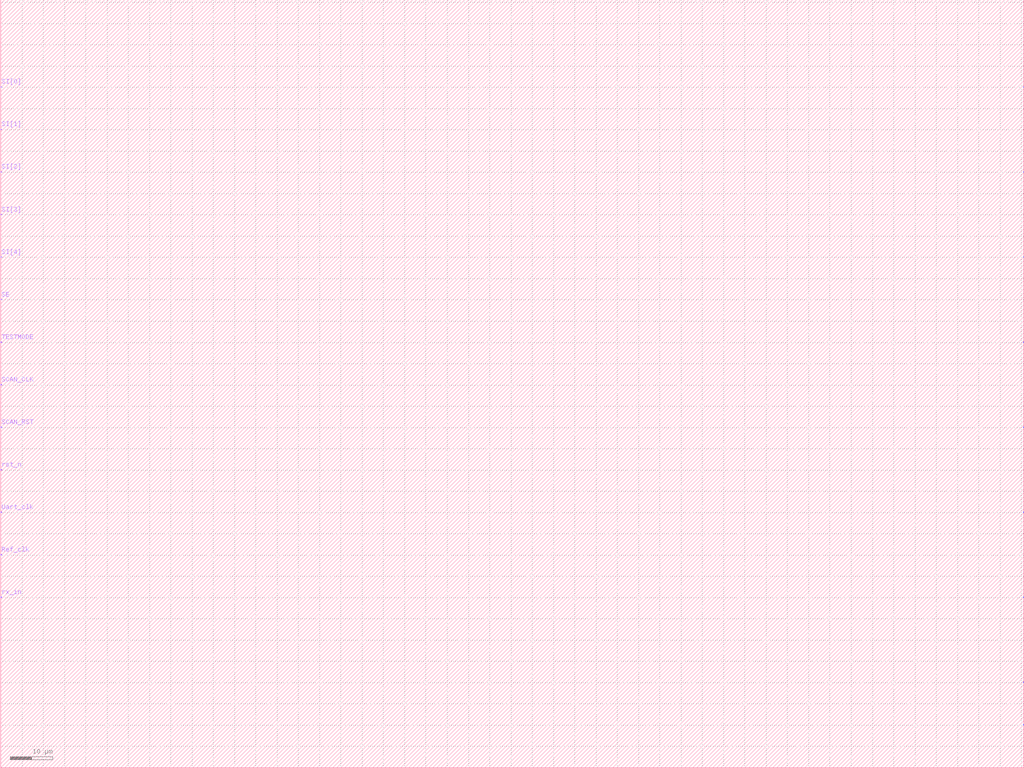
<source format=lef>

#******
# Preview export LEF
#
#	 Preview sub-version 5.10.41.500.3.38
#
# TECH LIB NAME: tsmc18
# TECH FILE NAME: techfile.cds
#******

VERSION 5.4 ;

NAMESCASESENSITIVE ON ;

DIVIDERCHAR "|" ;
BUSBITCHARS "[]" ;

UNITS
    DATABASE MICRONS 100  ;
END UNITS

MACRO system_TOP
    CLASS CORE ;
    FOREIGN system_TOP 0 0 ;
    ORIGIN 0.00 0.00 ;
    SIZE 240.6 BY 180.6 ;
    SYMMETRY X Y ;
    PIN SI[0]
        DIRECTION INPUT ;
        PORT
        LAYER METAL2 ;
        RECT  0.00 160 0.2 160.2 ;
        END
	AntennaGateArea 0.0 ;
    END SI[0]
    PIN SI[1]
        DIRECTION INPUT ;
        PORT
        LAYER METAL2 ;
        RECT  0.00 150 0.2 150.2 ;
        END
	AntennaGateArea 0.0 ;
    END SI[1]
    PIN SI[2]
        DIRECTION INPUT ;
        PORT
        LAYER METAL2 ;
        RECT  0.00 140 0.2 140.2 ;
        END
	AntennaGateArea 0.0 ;
    END SI[2]
    PIN SI[3]
        DIRECTION INPUT ;
        PORT
        LAYER METAL2 ;
        RECT  0.00 130 0.2 130.2 ;
        END
	AntennaGateArea 0.0 ;
    END SI[3]
    PIN SI[4]
        DIRECTION INPUT ;
        PORT
        LAYER METAL2 ;
        RECT  0.00 120 0.2 120.2 ;
        END
	AntennaGateArea 0.0 ;
    END SI[4]
    PIN SE
        DIRECTION INPUT ;
        PORT
        LAYER METAL2 ;
        RECT  0.00 110 0.2 110.2 ;
        END
	AntennaGateArea 0.0 ;
    END SE
    PIN TESTMODE
        DIRECTION INPUT ;
        PORT
        LAYER METAL2 ;
        RECT  0.00 100 0.2 100.2 ;
        END
	AntennaGateArea 0.0 ;
    END TESTMODE
    PIN SCAN_CLK
        DIRECTION INPUT ;
        PORT
        LAYER METAL2 ;
        RECT  0.00 90 0.2 90.2 ;
        END
	AntennaGateArea 0.0 ;
    END SCAN_CLK
    PIN SCAN_RST
        DIRECTION INPUT ;
        PORT
        LAYER METAL2 ;
        RECT  0.00 80 0.2 80.2 ;
        END
	AntennaGateArea 0.0 ;
    END SCAN_RST
    PIN rst_n
        DIRECTION INPUT ;
        PORT
        LAYER METAL2 ;
        RECT  0.00 70 0.2 70.2 ;
        END
	AntennaGateArea 0.0 ;
    END rst_n
    PIN Uart_clk
        DIRECTION INPUT ;
        PORT
        LAYER METAL2 ;
        RECT  0.00 60 0.2 60.2 ;
        END
	AntennaGateArea 0.0 ;
    END Uart_clk
    PIN Ref_clk
        DIRECTION INPUT ;
        PORT
        LAYER METAL2 ;
        RECT  0.00 50 0.2 50.2 ;
        END
	AntennaGateArea 0.0 ;
    END Ref_clk
    PIN rx_in
        DIRECTION INPUT ;
        PORT
        LAYER METAL2 ;
        RECT  0.00 40 0.2 40.2 ;
        END
	AntennaGateArea 0.0 ;
    END rx_in
    PIN SO[0]
        DIRECTION OUTPUT ;
        PORT
        LAYER METAL3 ;
        RECT  240.47 160 240.67 160.2 ; 
        END
	AntennaDiffArea 0.575 ;
    END SO[0]
    PIN SO[1]
        DIRECTION OUTPUT ;
        PORT
        LAYER METAL3 ;
        RECT  240.47 140 240.67 140.2 ; 
        END
	AntennaDiffArea 0.575 ;
    END SO[1]
    PIN SO[2]
        DIRECTION OUTPUT ;
        PORT
        LAYER METAL3 ;
        RECT  240.47 120 240.67 120.2 ; 
        END
	AntennaDiffArea 0.575 ;
    END SO[2]
    PIN SO[3]
        DIRECTION OUTPUT ;
        PORT
        LAYER METAL3 ;
        RECT  240.47 100 240.67 100.2 ; 
        END
	AntennaDiffArea 0.575 ;
    END SO[3]
    PIN SO[4]
        DIRECTION OUTPUT ;
        PORT
        LAYER METAL3 ;
        RECT  240.47 80 240.67 80.2 ; 
        END
	AntennaDiffArea 0.575 ;
    END SO[4]
    PIN tx_out
        DIRECTION OUTPUT ;
        PORT
        LAYER METAL3 ;
        RECT  240.47 60 240.67 60.2 ; 
        END
	AntennaDiffArea 0.575 ;
    END tx_out
    PIN parity_error
        DIRECTION OUTPUT ;
        PORT
        LAYER METAL3 ;
        RECT  240.47 40 240.67 40.2 ; 
        END
	AntennaDiffArea 0.575 ;
    END parity_error
    PIN stop_error
        DIRECTION OUTPUT ;
        PORT
        LAYER METAL3 ;
        RECT  240.47 20 240.67 20.2 ; 
        END
	AntennaDiffArea 0.575 ;
    END stop_error
    PIN start_glitch
        DIRECTION OUTPUT ;
        PORT
        LAYER METAL3 ;
        RECT  240.47 10 240.67 10.2 ; 
        END
	AntennaDiffArea 0.575 ;
    END start_glitch
END system_TOP

END LIBRARY


</source>
